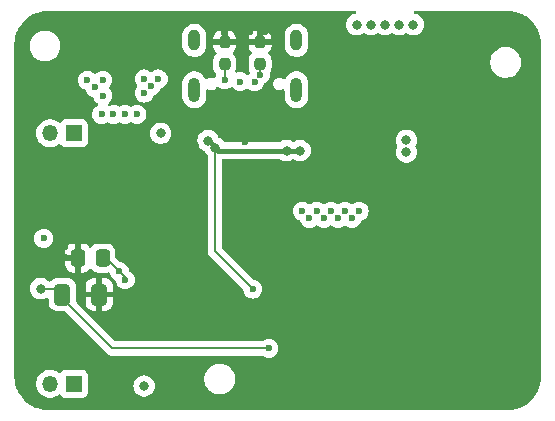
<source format=gbl>
%TF.GenerationSoftware,KiCad,Pcbnew,8.0.4*%
%TF.CreationDate,2024-10-06T13:03:41-05:00*%
%TF.ProjectId,BinauralMic,42696e61-7572-4616-9c4d-69632e6b6963,rev?*%
%TF.SameCoordinates,Original*%
%TF.FileFunction,Copper,L4,Bot*%
%TF.FilePolarity,Positive*%
%FSLAX46Y46*%
G04 Gerber Fmt 4.6, Leading zero omitted, Abs format (unit mm)*
G04 Created by KiCad (PCBNEW 8.0.4) date 2024-10-06 13:03:41*
%MOMM*%
%LPD*%
G01*
G04 APERTURE LIST*
G04 Aperture macros list*
%AMRoundRect*
0 Rectangle with rounded corners*
0 $1 Rounding radius*
0 $2 $3 $4 $5 $6 $7 $8 $9 X,Y pos of 4 corners*
0 Add a 4 corners polygon primitive as box body*
4,1,4,$2,$3,$4,$5,$6,$7,$8,$9,$2,$3,0*
0 Add four circle primitives for the rounded corners*
1,1,$1+$1,$2,$3*
1,1,$1+$1,$4,$5*
1,1,$1+$1,$6,$7*
1,1,$1+$1,$8,$9*
0 Add four rect primitives between the rounded corners*
20,1,$1+$1,$2,$3,$4,$5,0*
20,1,$1+$1,$4,$5,$6,$7,0*
20,1,$1+$1,$6,$7,$8,$9,0*
20,1,$1+$1,$8,$9,$2,$3,0*%
G04 Aperture macros list end*
%TA.AperFunction,ComponentPad*%
%ADD10R,1.350000X1.350000*%
%TD*%
%TA.AperFunction,ComponentPad*%
%ADD11O,1.350000X1.350000*%
%TD*%
%TA.AperFunction,ComponentPad*%
%ADD12O,1.000000X2.100000*%
%TD*%
%TA.AperFunction,ComponentPad*%
%ADD13O,1.000000X1.800000*%
%TD*%
%TA.AperFunction,SMDPad,CuDef*%
%ADD14RoundRect,0.237500X0.237500X-0.250000X0.237500X0.250000X-0.237500X0.250000X-0.237500X-0.250000X0*%
%TD*%
%TA.AperFunction,SMDPad,CuDef*%
%ADD15RoundRect,0.250000X0.412500X0.650000X-0.412500X0.650000X-0.412500X-0.650000X0.412500X-0.650000X0*%
%TD*%
%TA.AperFunction,SMDPad,CuDef*%
%ADD16RoundRect,0.250000X0.337500X0.475000X-0.337500X0.475000X-0.337500X-0.475000X0.337500X-0.475000X0*%
%TD*%
%TA.AperFunction,ViaPad*%
%ADD17C,0.600000*%
%TD*%
%TA.AperFunction,ViaPad*%
%ADD18C,0.800000*%
%TD*%
%TA.AperFunction,Conductor*%
%ADD19C,0.200000*%
%TD*%
%TA.AperFunction,Conductor*%
%ADD20C,0.400000*%
%TD*%
G04 APERTURE END LIST*
D10*
%TO.P,J4,1,Pin_1*%
%TO.N,/VRAW_{L}*%
X126037500Y-61600000D03*
D11*
%TO.P,J4,2,Pin_2*%
%TO.N,/VCOM*%
X124037499Y-61600000D03*
%TD*%
D10*
%TO.P,J3,1,Pin_1*%
%TO.N,/VRAW_{R}*%
X126037500Y-82800000D03*
D11*
%TO.P,J3,2,Pin_2*%
%TO.N,/VCOM*%
X124037499Y-82800000D03*
%TD*%
D12*
%TO.P,J2,S1,SHIELD*%
%TO.N,unconnected-(J2-SHIELD-PadS1)_1*%
X144885981Y-57914546D03*
D13*
%TO.N,unconnected-(J2-SHIELD-PadS1)_2*%
X144885981Y-53734546D03*
D12*
%TO.N,unconnected-(J2-SHIELD-PadS1)*%
X136245981Y-57914546D03*
D13*
%TO.N,unconnected-(J2-SHIELD-PadS1)_3*%
X136245981Y-53734546D03*
%TD*%
D14*
%TO.P,R2,1*%
%TO.N,/Connectors/CC1*%
X141815980Y-55722046D03*
%TO.P,R2,2*%
%TO.N,GND*%
X141815980Y-53897046D03*
%TD*%
%TO.P,R3,1*%
%TO.N,/Connectors/CC2*%
X138815982Y-55722046D03*
%TO.P,R3,2*%
%TO.N,GND*%
X138815982Y-53897046D03*
%TD*%
D15*
%TO.P,C12,1*%
%TO.N,GND*%
X128200000Y-75250000D03*
%TO.P,C12,2*%
%TO.N,/VCOM*%
X125075000Y-75250000D03*
%TD*%
D16*
%TO.P,C10,1*%
%TO.N,+3.3VA*%
X128475000Y-72162498D03*
%TO.P,C10,2*%
%TO.N,GND*%
X126400000Y-72162498D03*
%TD*%
D17*
%TO.N,GND*%
X143250000Y-54750000D03*
X140500000Y-54000000D03*
X141000000Y-53000000D03*
X137500000Y-54750000D03*
X143250000Y-53000000D03*
X142250000Y-53000000D03*
X140000000Y-53000000D03*
X138750000Y-53000000D03*
X137500000Y-53000000D03*
%TO.N,+3.3VA*%
X128500000Y-57100000D03*
X127200000Y-57100000D03*
X128500000Y-58400000D03*
X131400000Y-60000000D03*
X130400000Y-60000000D03*
X127800000Y-57700000D03*
X128400000Y-60000000D03*
X129900000Y-73300000D03*
X123500000Y-70500000D03*
X129400000Y-60000000D03*
X130400000Y-74000000D03*
%TO.N,GND*%
X161800000Y-59400000D03*
X154200000Y-71600000D03*
X149200000Y-64000000D03*
X139600000Y-78400000D03*
X124400000Y-58600000D03*
X149200000Y-82400000D03*
D18*
X145400000Y-61200000D03*
D17*
X161800000Y-62400000D03*
X151200000Y-81400000D03*
X158200000Y-54400000D03*
X137600000Y-78400000D03*
X160800000Y-62400000D03*
X133600000Y-72900000D03*
X152200000Y-81400000D03*
X150200000Y-81400000D03*
X150400000Y-64600000D03*
X124400000Y-59600000D03*
X151200000Y-82400000D03*
X141370013Y-72396168D03*
X160800000Y-60400000D03*
X164800000Y-63400000D03*
X125400000Y-57600000D03*
X157800000Y-53800000D03*
X158200000Y-51600000D03*
X126400000Y-59600000D03*
X162800000Y-63400000D03*
X123400000Y-57600000D03*
X157815981Y-60400000D03*
D18*
X136800000Y-63400000D03*
D17*
X122400000Y-59600000D03*
X154200000Y-80400000D03*
X148200000Y-82400000D03*
X122400000Y-57600000D03*
X150200000Y-80400000D03*
X157800000Y-53000000D03*
X163800000Y-59400000D03*
X124400000Y-57600000D03*
X147200000Y-81400000D03*
X136600000Y-78400000D03*
X134700000Y-71600000D03*
X152200000Y-82400000D03*
X155200000Y-81400000D03*
X160800000Y-59400000D03*
X157800000Y-62400000D03*
X138600000Y-78400000D03*
X146200000Y-81400000D03*
X162800000Y-58400000D03*
X164800000Y-60400000D03*
X127400000Y-59600000D03*
X155200000Y-80400000D03*
X133600000Y-71600000D03*
X132400000Y-59800000D03*
X159800000Y-63400000D03*
X135400000Y-59800000D03*
X134600000Y-83400000D03*
D18*
X145600000Y-60200000D03*
D17*
X121400000Y-58600000D03*
X162800000Y-61400000D03*
X125300000Y-71200000D03*
X148200000Y-80400000D03*
X150000000Y-63800000D03*
X157800000Y-52200000D03*
X157800000Y-61400000D03*
X121400000Y-56600000D03*
X135600000Y-83400000D03*
X153200000Y-81400000D03*
X159800000Y-58400000D03*
X134600000Y-82400000D03*
X162800000Y-62400000D03*
X150200000Y-82400000D03*
X164800000Y-59400000D03*
X155400000Y-69697045D03*
X146200000Y-82400000D03*
X121400000Y-59600000D03*
X154800000Y-71200000D03*
X135600000Y-78400000D03*
X148200000Y-81400000D03*
X160800000Y-58400000D03*
X126400000Y-58600000D03*
X123400000Y-59600000D03*
X161800000Y-60400000D03*
X160800000Y-61400000D03*
X125400000Y-56600000D03*
X151200000Y-64000000D03*
X133400000Y-59800000D03*
X147200000Y-80400000D03*
X149200000Y-81400000D03*
X134200000Y-72200000D03*
X153200000Y-82400000D03*
X134400000Y-59800000D03*
X164800000Y-62400000D03*
X125400000Y-58600000D03*
X125300000Y-72100000D03*
X163800000Y-58400000D03*
X161800000Y-61400000D03*
X135600000Y-82400000D03*
X121400000Y-57600000D03*
X122400000Y-58600000D03*
D18*
X136200000Y-62600000D03*
D17*
X123500000Y-79000000D03*
X122400000Y-56600000D03*
X164800000Y-61400000D03*
X151200000Y-80400000D03*
X164800000Y-58400000D03*
X135600000Y-81400000D03*
X152200000Y-80400000D03*
X134600000Y-84400000D03*
X155200000Y-82400000D03*
X135600000Y-84400000D03*
X161800000Y-63400000D03*
X123400000Y-58600000D03*
X158800000Y-63400000D03*
X163800000Y-60400000D03*
X146200000Y-80400000D03*
X154200000Y-81400000D03*
X125400000Y-59600000D03*
X134700000Y-72900000D03*
X160800000Y-63400000D03*
X162800000Y-59400000D03*
X140565981Y-62359545D03*
X147200000Y-82400000D03*
X154200000Y-82400000D03*
X149200000Y-80400000D03*
X163800000Y-61400000D03*
X163800000Y-62400000D03*
X162800000Y-60400000D03*
X159800000Y-59400000D03*
X161800000Y-58400000D03*
X163800000Y-63400000D03*
X153200000Y-80400000D03*
D18*
%TO.N,VCC*%
X153600000Y-52400000D03*
D17*
X132600000Y-57600000D03*
X133200000Y-57000000D03*
X150200000Y-68200000D03*
D18*
X151200000Y-52400000D03*
D17*
X145400000Y-68200000D03*
D18*
X150000000Y-52400000D03*
D17*
X132000000Y-58200000D03*
X149000000Y-68200000D03*
X147200000Y-68800000D03*
X146000000Y-68800000D03*
D18*
X152400000Y-52400000D03*
D17*
X148400000Y-68800000D03*
X147800000Y-68200000D03*
X132000000Y-57000000D03*
D18*
X154800000Y-52400000D03*
D17*
X146600000Y-68200000D03*
X149600000Y-68800000D03*
%TO.N,/VCOM*%
X142562500Y-79812500D03*
D18*
X123250000Y-74750000D03*
%TO.N,/VBUS*%
X144065981Y-63059545D03*
D17*
X141200000Y-74800000D03*
D18*
X145200000Y-63059546D03*
X137415982Y-62215982D03*
X138017025Y-62817025D03*
%TO.N,+5V*%
X154200000Y-63200000D03*
X132000000Y-83000000D03*
X154200000Y-62200000D03*
X133400000Y-61600000D03*
D17*
%TO.N,/D-*%
X140116128Y-57216128D03*
X141350000Y-57250000D03*
%TO.N,/Connectors/CC1*%
X141849757Y-56625303D03*
%TO.N,/Connectors/CC2*%
X138815982Y-57059547D03*
%TD*%
D19*
%TO.N,/Connectors/CC1*%
X141849757Y-56625303D02*
X141849757Y-55755821D01*
X141849757Y-55755821D02*
X141815981Y-55722045D01*
%TO.N,+3.3VA*%
X130400000Y-73800000D02*
X129900000Y-73300000D01*
X128762498Y-72162498D02*
X129900000Y-73300000D01*
X128475000Y-72162498D02*
X128762498Y-72162498D01*
X130400000Y-74000000D02*
X130400000Y-73800000D01*
%TO.N,/VCOM*%
X125075000Y-75575000D02*
X125075000Y-75250000D01*
X124575000Y-74750000D02*
X125075000Y-75250000D01*
X123250000Y-74750000D02*
X124575000Y-74750000D01*
X129312500Y-79812500D02*
X125075000Y-75575000D01*
X142562500Y-79812500D02*
X129312500Y-79812500D01*
%TO.N,/VBUS*%
X138000000Y-71600000D02*
X138000000Y-62834050D01*
D20*
X137472418Y-62215982D02*
X137415982Y-62215982D01*
X138017025Y-62817025D02*
X138259545Y-63059545D01*
X145199999Y-63059545D02*
X145200000Y-63059546D01*
X144065981Y-63059545D02*
X145199999Y-63059545D01*
D19*
X141200000Y-74800000D02*
X138000000Y-71600000D01*
X138000000Y-62834050D02*
X138017025Y-62817025D01*
D20*
X138017025Y-62760589D02*
X137472418Y-62215982D01*
X138017025Y-62817025D02*
X138017025Y-62760589D01*
X138259545Y-63059545D02*
X144065981Y-63059545D01*
D19*
%TO.N,/Connectors/CC2*%
X138815982Y-57059547D02*
X138815982Y-55722046D01*
%TD*%
%TA.AperFunction,Conductor*%
%TO.N,GND*%
G36*
X149919156Y-51279731D02*
G01*
X149964911Y-51332535D01*
X149974855Y-51401693D01*
X149945830Y-51465249D01*
X149887052Y-51503023D01*
X149877898Y-51505336D01*
X149720197Y-51538855D01*
X149720192Y-51538857D01*
X149547270Y-51615848D01*
X149547265Y-51615851D01*
X149394129Y-51727111D01*
X149267466Y-51867785D01*
X149172821Y-52031715D01*
X149172818Y-52031722D01*
X149155448Y-52085183D01*
X149114326Y-52211744D01*
X149094540Y-52400000D01*
X149114326Y-52588256D01*
X149114327Y-52588259D01*
X149172818Y-52768277D01*
X149172821Y-52768284D01*
X149267467Y-52932216D01*
X149366962Y-53042716D01*
X149394129Y-53072888D01*
X149547265Y-53184148D01*
X149547270Y-53184151D01*
X149720192Y-53261142D01*
X149720197Y-53261144D01*
X149905354Y-53300500D01*
X149905355Y-53300500D01*
X150094644Y-53300500D01*
X150094646Y-53300500D01*
X150279803Y-53261144D01*
X150452730Y-53184151D01*
X150527116Y-53130106D01*
X150592920Y-53106627D01*
X150660974Y-53122452D01*
X150672876Y-53130100D01*
X150747266Y-53184148D01*
X150747270Y-53184151D01*
X150920192Y-53261142D01*
X150920197Y-53261144D01*
X151105354Y-53300500D01*
X151105355Y-53300500D01*
X151294644Y-53300500D01*
X151294646Y-53300500D01*
X151479803Y-53261144D01*
X151652730Y-53184151D01*
X151727116Y-53130106D01*
X151792920Y-53106627D01*
X151860974Y-53122452D01*
X151872876Y-53130100D01*
X151947266Y-53184148D01*
X151947270Y-53184151D01*
X152120192Y-53261142D01*
X152120197Y-53261144D01*
X152305354Y-53300500D01*
X152305355Y-53300500D01*
X152494644Y-53300500D01*
X152494646Y-53300500D01*
X152679803Y-53261144D01*
X152852730Y-53184151D01*
X152927116Y-53130106D01*
X152992920Y-53106627D01*
X153060974Y-53122452D01*
X153072876Y-53130100D01*
X153147266Y-53184148D01*
X153147270Y-53184151D01*
X153320192Y-53261142D01*
X153320197Y-53261144D01*
X153505354Y-53300500D01*
X153505355Y-53300500D01*
X153694644Y-53300500D01*
X153694646Y-53300500D01*
X153879803Y-53261144D01*
X154052730Y-53184151D01*
X154127116Y-53130106D01*
X154192920Y-53106627D01*
X154260974Y-53122452D01*
X154272876Y-53130100D01*
X154347266Y-53184148D01*
X154347270Y-53184151D01*
X154520192Y-53261142D01*
X154520197Y-53261144D01*
X154705354Y-53300500D01*
X154705355Y-53300500D01*
X154894644Y-53300500D01*
X154894646Y-53300500D01*
X155079803Y-53261144D01*
X155252730Y-53184151D01*
X155405871Y-53072888D01*
X155532533Y-52932216D01*
X155627179Y-52768284D01*
X155685674Y-52588256D01*
X155705460Y-52400000D01*
X155685674Y-52211744D01*
X155627179Y-52031716D01*
X155532533Y-51867784D01*
X155405871Y-51727112D01*
X155405870Y-51727111D01*
X155252734Y-51615851D01*
X155252729Y-51615848D01*
X155079807Y-51538857D01*
X155079802Y-51538855D01*
X154922102Y-51505336D01*
X154860620Y-51472144D01*
X154826844Y-51410981D01*
X154831496Y-51341266D01*
X154873101Y-51285134D01*
X154938448Y-51260405D01*
X154947883Y-51260046D01*
X162776100Y-51260046D01*
X162812503Y-51260046D01*
X162819454Y-51260240D01*
X163122484Y-51277257D01*
X163136282Y-51278811D01*
X163432061Y-51329065D01*
X163445616Y-51332158D01*
X163733717Y-51415158D01*
X163733905Y-51415212D01*
X163747030Y-51419804D01*
X164024209Y-51534616D01*
X164036723Y-51540642D01*
X164270582Y-51669892D01*
X164299309Y-51685769D01*
X164311083Y-51693168D01*
X164555760Y-51866776D01*
X164566626Y-51875441D01*
X164723612Y-52015733D01*
X164790324Y-52075351D01*
X164800157Y-52085183D01*
X165000075Y-52308893D01*
X165008744Y-52319765D01*
X165099671Y-52447917D01*
X165182347Y-52564439D01*
X165189745Y-52576213D01*
X165334859Y-52838783D01*
X165340893Y-52851311D01*
X165455705Y-53128499D01*
X165460297Y-53141625D01*
X165543345Y-53429905D01*
X165546439Y-53443462D01*
X165596689Y-53739231D01*
X165598246Y-53753049D01*
X165615285Y-54056544D01*
X165615480Y-54063495D01*
X165615480Y-54113855D01*
X165615481Y-54113864D01*
X165615481Y-82206061D01*
X165615286Y-82213016D01*
X165598264Y-82516036D01*
X165596707Y-82529853D01*
X165546449Y-82825631D01*
X165543354Y-82839188D01*
X165460300Y-83127465D01*
X165455708Y-83140589D01*
X165340896Y-83417765D01*
X165334863Y-83430293D01*
X165189740Y-83692872D01*
X165182342Y-83704646D01*
X165008735Y-83949324D01*
X165000065Y-83960196D01*
X164800153Y-84183899D01*
X164790320Y-84193731D01*
X164566618Y-84393645D01*
X164555748Y-84402315D01*
X164311076Y-84575924D01*
X164299302Y-84583322D01*
X164036721Y-84728450D01*
X164024192Y-84734483D01*
X163747023Y-84849295D01*
X163733899Y-84853888D01*
X163445617Y-84936948D01*
X163432060Y-84940043D01*
X163136283Y-84990303D01*
X163122465Y-84991860D01*
X162820050Y-85008850D01*
X162813095Y-85009045D01*
X123819463Y-85009045D01*
X123812510Y-85008850D01*
X123509489Y-84991831D01*
X123495671Y-84990274D01*
X123233763Y-84945773D01*
X123199901Y-84940019D01*
X123186345Y-84936926D01*
X123049139Y-84897397D01*
X122898048Y-84853867D01*
X122884931Y-84849277D01*
X122607756Y-84734468D01*
X122595227Y-84728434D01*
X122332649Y-84583311D01*
X122320876Y-84575914D01*
X122179697Y-84475743D01*
X122076190Y-84402301D01*
X122065332Y-84393642D01*
X121914900Y-84259209D01*
X121841618Y-84193721D01*
X121831791Y-84183894D01*
X121631867Y-83960181D01*
X121623215Y-83949331D01*
X121449595Y-83704640D01*
X121442198Y-83692868D01*
X121428717Y-83668477D01*
X121297076Y-83430293D01*
X121291045Y-83417771D01*
X121211799Y-83226459D01*
X121176226Y-83140582D01*
X121171636Y-83127461D01*
X121088582Y-82839186D01*
X121085487Y-82825631D01*
X121081132Y-82799999D01*
X122856963Y-82799999D01*
X122856963Y-82800000D01*
X122877063Y-83016918D01*
X122877063Y-83016920D01*
X122877064Y-83016923D01*
X122925813Y-83188259D01*
X122936683Y-83226462D01*
X123019095Y-83391966D01*
X123033787Y-83421472D01*
X123165072Y-83595322D01*
X123326067Y-83742088D01*
X123326074Y-83742092D01*
X123326075Y-83742093D01*
X123511285Y-83856770D01*
X123511291Y-83856773D01*
X123522569Y-83861142D01*
X123714430Y-83935470D01*
X123928573Y-83975500D01*
X123928575Y-83975500D01*
X124146423Y-83975500D01*
X124146425Y-83975500D01*
X124360568Y-83935470D01*
X124563709Y-83856772D01*
X124748931Y-83742088D01*
X124759909Y-83732079D01*
X124822711Y-83701462D01*
X124892098Y-83709658D01*
X124942714Y-83749405D01*
X125004952Y-83832544D01*
X125004955Y-83832547D01*
X125120164Y-83918793D01*
X125120171Y-83918797D01*
X125255017Y-83969091D01*
X125255016Y-83969091D01*
X125261944Y-83969835D01*
X125314627Y-83975500D01*
X126760372Y-83975499D01*
X126819983Y-83969091D01*
X126954831Y-83918796D01*
X127070046Y-83832546D01*
X127156296Y-83717331D01*
X127206591Y-83582483D01*
X127213000Y-83522873D01*
X127213000Y-83000000D01*
X131094540Y-83000000D01*
X131114326Y-83188256D01*
X131114327Y-83188259D01*
X131172818Y-83368277D01*
X131172821Y-83368284D01*
X131267467Y-83532216D01*
X131346786Y-83620308D01*
X131394129Y-83672888D01*
X131547265Y-83784148D01*
X131547270Y-83784151D01*
X131720192Y-83861142D01*
X131720197Y-83861144D01*
X131905354Y-83900500D01*
X131905355Y-83900500D01*
X132094644Y-83900500D01*
X132094646Y-83900500D01*
X132279803Y-83861144D01*
X132452730Y-83784151D01*
X132605871Y-83672888D01*
X132732533Y-83532216D01*
X132827179Y-83368284D01*
X132885674Y-83188256D01*
X132905460Y-83000000D01*
X132885674Y-82811744D01*
X132827179Y-82631716D01*
X132732533Y-82467784D01*
X132605871Y-82327112D01*
X132605870Y-82327111D01*
X132565318Y-82297648D01*
X137099500Y-82297648D01*
X137099500Y-82502351D01*
X137131522Y-82704534D01*
X137194781Y-82899223D01*
X137254751Y-83016918D01*
X137266019Y-83039034D01*
X137287715Y-83081613D01*
X137408028Y-83247213D01*
X137552786Y-83391971D01*
X137707749Y-83504556D01*
X137718390Y-83512287D01*
X137834607Y-83571503D01*
X137900776Y-83605218D01*
X137900778Y-83605218D01*
X137900781Y-83605220D01*
X138005137Y-83639127D01*
X138095465Y-83668477D01*
X138196557Y-83684488D01*
X138297648Y-83700500D01*
X138297649Y-83700500D01*
X138502351Y-83700500D01*
X138502352Y-83700500D01*
X138704534Y-83668477D01*
X138899219Y-83605220D01*
X139081610Y-83512287D01*
X139202851Y-83424201D01*
X139247213Y-83391971D01*
X139247215Y-83391968D01*
X139247219Y-83391966D01*
X139391966Y-83247219D01*
X139391968Y-83247215D01*
X139391971Y-83247213D01*
X139444732Y-83174590D01*
X139512287Y-83081610D01*
X139605220Y-82899219D01*
X139668477Y-82704534D01*
X139700500Y-82502352D01*
X139700500Y-82297648D01*
X139686546Y-82209548D01*
X139668477Y-82095465D01*
X139605218Y-81900776D01*
X139571503Y-81834607D01*
X139512287Y-81718390D01*
X139504556Y-81707749D01*
X139391971Y-81552786D01*
X139247213Y-81408028D01*
X139081613Y-81287715D01*
X139081612Y-81287714D01*
X139081610Y-81287713D01*
X139024653Y-81258691D01*
X138899223Y-81194781D01*
X138704534Y-81131522D01*
X138529995Y-81103878D01*
X138502352Y-81099500D01*
X138297648Y-81099500D01*
X138273329Y-81103351D01*
X138095465Y-81131522D01*
X137900776Y-81194781D01*
X137718386Y-81287715D01*
X137552786Y-81408028D01*
X137408028Y-81552786D01*
X137287715Y-81718386D01*
X137194781Y-81900776D01*
X137131522Y-82095465D01*
X137099500Y-82297648D01*
X132565318Y-82297648D01*
X132452734Y-82215851D01*
X132452729Y-82215848D01*
X132279807Y-82138857D01*
X132279802Y-82138855D01*
X132134001Y-82107865D01*
X132094646Y-82099500D01*
X131905354Y-82099500D01*
X131872897Y-82106398D01*
X131720197Y-82138855D01*
X131720192Y-82138857D01*
X131547270Y-82215848D01*
X131547265Y-82215851D01*
X131394129Y-82327111D01*
X131267466Y-82467785D01*
X131172821Y-82631715D01*
X131172818Y-82631722D01*
X131118142Y-82799999D01*
X131114326Y-82811744D01*
X131094540Y-83000000D01*
X127213000Y-83000000D01*
X127212999Y-82077128D01*
X127206591Y-82017517D01*
X127201802Y-82004678D01*
X127156297Y-81882671D01*
X127156293Y-81882664D01*
X127070047Y-81767455D01*
X127070044Y-81767452D01*
X126954835Y-81681206D01*
X126954828Y-81681202D01*
X126819982Y-81630908D01*
X126819983Y-81630908D01*
X126760383Y-81624501D01*
X126760381Y-81624500D01*
X126760373Y-81624500D01*
X126760364Y-81624500D01*
X125314629Y-81624500D01*
X125314623Y-81624501D01*
X125255016Y-81630908D01*
X125120171Y-81681202D01*
X125120164Y-81681206D01*
X125004955Y-81767452D01*
X124942714Y-81850595D01*
X124886780Y-81892465D01*
X124817088Y-81897449D01*
X124759910Y-81867921D01*
X124748931Y-81857912D01*
X124748928Y-81857910D01*
X124748927Y-81857909D01*
X124563712Y-81743229D01*
X124563706Y-81743226D01*
X124478612Y-81710260D01*
X124360568Y-81664530D01*
X124146425Y-81624500D01*
X123928573Y-81624500D01*
X123714430Y-81664530D01*
X123671395Y-81681202D01*
X123511291Y-81743226D01*
X123511285Y-81743229D01*
X123326075Y-81857906D01*
X123326065Y-81857913D01*
X123165073Y-82004676D01*
X123033787Y-82178527D01*
X122936683Y-82373537D01*
X122936682Y-82373541D01*
X122894161Y-82522989D01*
X122877063Y-82583081D01*
X122856963Y-82799999D01*
X121081132Y-82799999D01*
X121035227Y-82529845D01*
X121033671Y-82516041D01*
X121016675Y-82213475D01*
X121016480Y-82206520D01*
X121016480Y-74750000D01*
X122344540Y-74750000D01*
X122364326Y-74938256D01*
X122364327Y-74938259D01*
X122422818Y-75118277D01*
X122422821Y-75118284D01*
X122517467Y-75282216D01*
X122535517Y-75302262D01*
X122644129Y-75422888D01*
X122797265Y-75534148D01*
X122797270Y-75534151D01*
X122970192Y-75611142D01*
X122970197Y-75611144D01*
X123155354Y-75650500D01*
X123155355Y-75650500D01*
X123344644Y-75650500D01*
X123344646Y-75650500D01*
X123529803Y-75611144D01*
X123702730Y-75534151D01*
X123715113Y-75525153D01*
X123780919Y-75501673D01*
X123848974Y-75517498D01*
X123897669Y-75567603D01*
X123912000Y-75625471D01*
X123912000Y-75950000D01*
X123912001Y-75950019D01*
X123922500Y-76052796D01*
X123922501Y-76052799D01*
X123977615Y-76219119D01*
X123977686Y-76219334D01*
X124069788Y-76368656D01*
X124193844Y-76492712D01*
X124343166Y-76584814D01*
X124509703Y-76639999D01*
X124612491Y-76650500D01*
X125249902Y-76650499D01*
X125316941Y-76670183D01*
X125337583Y-76686818D01*
X128827639Y-80176874D01*
X128827649Y-80176885D01*
X128831979Y-80181215D01*
X128831980Y-80181216D01*
X128943784Y-80293020D01*
X129030595Y-80343139D01*
X129030597Y-80343141D01*
X129068651Y-80365111D01*
X129080715Y-80372077D01*
X129233443Y-80413001D01*
X129233446Y-80413001D01*
X129399153Y-80413001D01*
X129399169Y-80413000D01*
X141980088Y-80413000D01*
X142047127Y-80432685D01*
X142057403Y-80440055D01*
X142060236Y-80442314D01*
X142060238Y-80442316D01*
X142212978Y-80538289D01*
X142383245Y-80597868D01*
X142383250Y-80597869D01*
X142562496Y-80618065D01*
X142562500Y-80618065D01*
X142562504Y-80618065D01*
X142741749Y-80597869D01*
X142741752Y-80597868D01*
X142741755Y-80597868D01*
X142912022Y-80538289D01*
X143064762Y-80442316D01*
X143192316Y-80314762D01*
X143288289Y-80162022D01*
X143347868Y-79991755D01*
X143368065Y-79812500D01*
X143347868Y-79633245D01*
X143288289Y-79462978D01*
X143192316Y-79310238D01*
X143064762Y-79182684D01*
X143053617Y-79175681D01*
X142912023Y-79086711D01*
X142741754Y-79027131D01*
X142741749Y-79027130D01*
X142562504Y-79006935D01*
X142562496Y-79006935D01*
X142383250Y-79027130D01*
X142383245Y-79027131D01*
X142212976Y-79086711D01*
X142060236Y-79182685D01*
X142057403Y-79184945D01*
X142055224Y-79185834D01*
X142054342Y-79186389D01*
X142054244Y-79186234D01*
X141992717Y-79211355D01*
X141980088Y-79212000D01*
X129612597Y-79212000D01*
X129545558Y-79192315D01*
X129524916Y-79175681D01*
X126299221Y-75949986D01*
X127037501Y-75949986D01*
X127047994Y-76052697D01*
X127103141Y-76219119D01*
X127103143Y-76219124D01*
X127195184Y-76368345D01*
X127319154Y-76492315D01*
X127468375Y-76584356D01*
X127468380Y-76584358D01*
X127634802Y-76639505D01*
X127634809Y-76639506D01*
X127737519Y-76649999D01*
X127949999Y-76649999D01*
X128450000Y-76649999D01*
X128662472Y-76649999D01*
X128662486Y-76649998D01*
X128765197Y-76639505D01*
X128931619Y-76584358D01*
X128931624Y-76584356D01*
X129080845Y-76492315D01*
X129204815Y-76368345D01*
X129296856Y-76219124D01*
X129296858Y-76219119D01*
X129352005Y-76052697D01*
X129352006Y-76052690D01*
X129362499Y-75949986D01*
X129362500Y-75949973D01*
X129362500Y-75500000D01*
X128450000Y-75500000D01*
X128450000Y-76649999D01*
X127949999Y-76649999D01*
X127950000Y-76649998D01*
X127950000Y-75500000D01*
X127037501Y-75500000D01*
X127037501Y-75949986D01*
X126299221Y-75949986D01*
X126274318Y-75925083D01*
X126240833Y-75863760D01*
X126237999Y-75837402D01*
X126237999Y-74550013D01*
X127037500Y-74550013D01*
X127037500Y-75000000D01*
X127950000Y-75000000D01*
X128450000Y-75000000D01*
X129362499Y-75000000D01*
X129362499Y-74550028D01*
X129362498Y-74550013D01*
X129352005Y-74447302D01*
X129296858Y-74280880D01*
X129296856Y-74280875D01*
X129204815Y-74131654D01*
X129080845Y-74007684D01*
X128931624Y-73915643D01*
X128931619Y-73915641D01*
X128765197Y-73860494D01*
X128765190Y-73860493D01*
X128662486Y-73850000D01*
X128450000Y-73850000D01*
X128450000Y-75000000D01*
X127950000Y-75000000D01*
X127950000Y-73850000D01*
X127737529Y-73850000D01*
X127737512Y-73850001D01*
X127634802Y-73860494D01*
X127468380Y-73915641D01*
X127468375Y-73915643D01*
X127319154Y-74007684D01*
X127195184Y-74131654D01*
X127103143Y-74280875D01*
X127103141Y-74280880D01*
X127047994Y-74447302D01*
X127047993Y-74447309D01*
X127037500Y-74550013D01*
X126237999Y-74550013D01*
X126237999Y-74549998D01*
X126237998Y-74549981D01*
X126227499Y-74447203D01*
X126227498Y-74447200D01*
X126172314Y-74280666D01*
X126080212Y-74131344D01*
X125956156Y-74007288D01*
X125806834Y-73915186D01*
X125640297Y-73860001D01*
X125640295Y-73860000D01*
X125537510Y-73849500D01*
X124612498Y-73849500D01*
X124612480Y-73849501D01*
X124509703Y-73860000D01*
X124509700Y-73860001D01*
X124343168Y-73915185D01*
X124343163Y-73915187D01*
X124193845Y-74007287D01*
X124087950Y-74113182D01*
X124026627Y-74146666D01*
X124000269Y-74149500D01*
X123976258Y-74149500D01*
X123909219Y-74129815D01*
X123884109Y-74108473D01*
X123855871Y-74077112D01*
X123855864Y-74077106D01*
X123702734Y-73965851D01*
X123702729Y-73965848D01*
X123529807Y-73888857D01*
X123529802Y-73888855D01*
X123384001Y-73857865D01*
X123344646Y-73849500D01*
X123155354Y-73849500D01*
X123122897Y-73856398D01*
X122970197Y-73888855D01*
X122970192Y-73888857D01*
X122797270Y-73965848D01*
X122797265Y-73965851D01*
X122644129Y-74077111D01*
X122517466Y-74217785D01*
X122422821Y-74381715D01*
X122422818Y-74381722D01*
X122364327Y-74561740D01*
X122364326Y-74561744D01*
X122344540Y-74750000D01*
X121016480Y-74750000D01*
X121016480Y-72687484D01*
X125312501Y-72687484D01*
X125322994Y-72790195D01*
X125378141Y-72956617D01*
X125378143Y-72956622D01*
X125470184Y-73105843D01*
X125594154Y-73229813D01*
X125743375Y-73321854D01*
X125743380Y-73321856D01*
X125909802Y-73377003D01*
X125909809Y-73377004D01*
X126012519Y-73387497D01*
X126149999Y-73387497D01*
X126150000Y-73387496D01*
X126150000Y-72412498D01*
X125312501Y-72412498D01*
X125312501Y-72687484D01*
X121016480Y-72687484D01*
X121016480Y-71637511D01*
X125312500Y-71637511D01*
X125312500Y-71912498D01*
X126150000Y-71912498D01*
X126150000Y-70937498D01*
X126650000Y-70937498D01*
X126650000Y-73387497D01*
X126787472Y-73387497D01*
X126787486Y-73387496D01*
X126890197Y-73377003D01*
X127056619Y-73321856D01*
X127056624Y-73321854D01*
X127205845Y-73229813D01*
X127329818Y-73105840D01*
X127331665Y-73102846D01*
X127333469Y-73101222D01*
X127334298Y-73100175D01*
X127334476Y-73100316D01*
X127383610Y-73056119D01*
X127452573Y-73044894D01*
X127516656Y-73072734D01*
X127542743Y-73102839D01*
X127544788Y-73106154D01*
X127668844Y-73230210D01*
X127818166Y-73322312D01*
X127984703Y-73377497D01*
X128087491Y-73387998D01*
X128862508Y-73387997D01*
X128862516Y-73387996D01*
X128862519Y-73387996D01*
X128879773Y-73386233D01*
X128965297Y-73377497D01*
X128965307Y-73377493D01*
X128966051Y-73377335D01*
X128966532Y-73377370D01*
X128972033Y-73376809D01*
X128972133Y-73377789D01*
X129035727Y-73382541D01*
X129091527Y-73424590D01*
X129110648Y-73473014D01*
X129113080Y-73472459D01*
X129114629Y-73479246D01*
X129114631Y-73479254D01*
X129114632Y-73479255D01*
X129125752Y-73511036D01*
X129174210Y-73649521D01*
X129270184Y-73802262D01*
X129397737Y-73929815D01*
X129397743Y-73929820D01*
X129550348Y-74025709D01*
X129596639Y-74078043D01*
X129607596Y-74116818D01*
X129614630Y-74179247D01*
X129614631Y-74179252D01*
X129674210Y-74349521D01*
X129735586Y-74447200D01*
X129770184Y-74502262D01*
X129897738Y-74629816D01*
X130050478Y-74725789D01*
X130220745Y-74785368D01*
X130220750Y-74785369D01*
X130399996Y-74805565D01*
X130400000Y-74805565D01*
X130400004Y-74805565D01*
X130579249Y-74785369D01*
X130579252Y-74785368D01*
X130579255Y-74785368D01*
X130749522Y-74725789D01*
X130902262Y-74629816D01*
X131029816Y-74502262D01*
X131125789Y-74349522D01*
X131185368Y-74179255D01*
X131189040Y-74146666D01*
X131205565Y-74000003D01*
X131205565Y-73999996D01*
X131185369Y-73820750D01*
X131185368Y-73820745D01*
X131125789Y-73650478D01*
X131125188Y-73649522D01*
X131029815Y-73497737D01*
X130902262Y-73370184D01*
X130826071Y-73322310D01*
X130749648Y-73274290D01*
X130703359Y-73221957D01*
X130692402Y-73183186D01*
X130685368Y-73120745D01*
X130625789Y-72950478D01*
X130529816Y-72797738D01*
X130402262Y-72670184D01*
X130249521Y-72574210D01*
X130079249Y-72514630D01*
X129992330Y-72504837D01*
X129927916Y-72477770D01*
X129918533Y-72469298D01*
X129599318Y-72150083D01*
X129565833Y-72088760D01*
X129562999Y-72062402D01*
X129562999Y-71637496D01*
X129562998Y-71637479D01*
X129552499Y-71534701D01*
X129552498Y-71534698D01*
X129503749Y-71387584D01*
X129497314Y-71368164D01*
X129405212Y-71218842D01*
X129281156Y-71094786D01*
X129131834Y-71002684D01*
X128965297Y-70947499D01*
X128965295Y-70947498D01*
X128862510Y-70936998D01*
X128087498Y-70936998D01*
X128087480Y-70936999D01*
X127984703Y-70947498D01*
X127984700Y-70947499D01*
X127818168Y-71002683D01*
X127818163Y-71002685D01*
X127668842Y-71094787D01*
X127544788Y-71218841D01*
X127544783Y-71218847D01*
X127542741Y-71222159D01*
X127540747Y-71223951D01*
X127540307Y-71224509D01*
X127540211Y-71224433D01*
X127490791Y-71268881D01*
X127421828Y-71280100D01*
X127357747Y-71252253D01*
X127331668Y-71222154D01*
X127329819Y-71219157D01*
X127329816Y-71219153D01*
X127205845Y-71095182D01*
X127056624Y-71003141D01*
X127056619Y-71003139D01*
X126890197Y-70947992D01*
X126890190Y-70947991D01*
X126787486Y-70937498D01*
X126650000Y-70937498D01*
X126150000Y-70937498D01*
X126012527Y-70937498D01*
X126012512Y-70937499D01*
X125909802Y-70947992D01*
X125743380Y-71003139D01*
X125743375Y-71003141D01*
X125594154Y-71095182D01*
X125470184Y-71219152D01*
X125378143Y-71368373D01*
X125378141Y-71368378D01*
X125322994Y-71534800D01*
X125322993Y-71534807D01*
X125312500Y-71637511D01*
X121016480Y-71637511D01*
X121016480Y-70499996D01*
X122694435Y-70499996D01*
X122694435Y-70500003D01*
X122714630Y-70679249D01*
X122714631Y-70679254D01*
X122774211Y-70849523D01*
X122835773Y-70947498D01*
X122870184Y-71002262D01*
X122997738Y-71129816D01*
X123088080Y-71186582D01*
X123148440Y-71224509D01*
X123150478Y-71225789D01*
X123226108Y-71252253D01*
X123320745Y-71285368D01*
X123320750Y-71285369D01*
X123499996Y-71305565D01*
X123500000Y-71305565D01*
X123500004Y-71305565D01*
X123679249Y-71285369D01*
X123679252Y-71285368D01*
X123679255Y-71285368D01*
X123849522Y-71225789D01*
X124002262Y-71129816D01*
X124129816Y-71002262D01*
X124225789Y-70849522D01*
X124285368Y-70679255D01*
X124305565Y-70500000D01*
X124285368Y-70320745D01*
X124225789Y-70150478D01*
X124129816Y-69997738D01*
X124002262Y-69870184D01*
X123849523Y-69774211D01*
X123679254Y-69714631D01*
X123679249Y-69714630D01*
X123500004Y-69694435D01*
X123499996Y-69694435D01*
X123320750Y-69714630D01*
X123320745Y-69714631D01*
X123150476Y-69774211D01*
X122997737Y-69870184D01*
X122870184Y-69997737D01*
X122774211Y-70150476D01*
X122714631Y-70320745D01*
X122714630Y-70320750D01*
X122694435Y-70499996D01*
X121016480Y-70499996D01*
X121016480Y-61599999D01*
X122856963Y-61599999D01*
X122856963Y-61600000D01*
X122877063Y-61816918D01*
X122877063Y-61816920D01*
X122877064Y-61816923D01*
X122932494Y-62011740D01*
X122936683Y-62026462D01*
X123022299Y-62198401D01*
X123033787Y-62221472D01*
X123165072Y-62395322D01*
X123326067Y-62542088D01*
X123326074Y-62542092D01*
X123326075Y-62542093D01*
X123511285Y-62656770D01*
X123511291Y-62656773D01*
X123534163Y-62665633D01*
X123714430Y-62735470D01*
X123928573Y-62775500D01*
X123928575Y-62775500D01*
X124146423Y-62775500D01*
X124146425Y-62775500D01*
X124360568Y-62735470D01*
X124563709Y-62656772D01*
X124748931Y-62542088D01*
X124759909Y-62532079D01*
X124822711Y-62501462D01*
X124892098Y-62509658D01*
X124942714Y-62549405D01*
X125004952Y-62632544D01*
X125004955Y-62632547D01*
X125120164Y-62718793D01*
X125120171Y-62718797D01*
X125255017Y-62769091D01*
X125255016Y-62769091D01*
X125261944Y-62769835D01*
X125314627Y-62775500D01*
X126760372Y-62775499D01*
X126819983Y-62769091D01*
X126954831Y-62718796D01*
X127070046Y-62632546D01*
X127156296Y-62517331D01*
X127206591Y-62382483D01*
X127213000Y-62322873D01*
X127212999Y-61600000D01*
X132494540Y-61600000D01*
X132514326Y-61788256D01*
X132514327Y-61788259D01*
X132572818Y-61968277D01*
X132572821Y-61968284D01*
X132667467Y-62132216D01*
X132747834Y-62221472D01*
X132794129Y-62272888D01*
X132947265Y-62384148D01*
X132947270Y-62384151D01*
X133120192Y-62461142D01*
X133120197Y-62461144D01*
X133305354Y-62500500D01*
X133305355Y-62500500D01*
X133494644Y-62500500D01*
X133494646Y-62500500D01*
X133679803Y-62461144D01*
X133852730Y-62384151D01*
X134005871Y-62272888D01*
X134057110Y-62215982D01*
X136510522Y-62215982D01*
X136530308Y-62404238D01*
X136530309Y-62404241D01*
X136588800Y-62584259D01*
X136588803Y-62584266D01*
X136683449Y-62748198D01*
X136810111Y-62888870D01*
X136963252Y-63000133D01*
X137107394Y-63064310D01*
X137160628Y-63109558D01*
X137174886Y-63139268D01*
X137189844Y-63185305D01*
X137189846Y-63185309D01*
X137284492Y-63349241D01*
X137332790Y-63402881D01*
X137367650Y-63441597D01*
X137397880Y-63504588D01*
X137399500Y-63524569D01*
X137399500Y-71513330D01*
X137399499Y-71513348D01*
X137399499Y-71679054D01*
X137399498Y-71679054D01*
X137440423Y-71831785D01*
X137469358Y-71881900D01*
X137469359Y-71881904D01*
X137469360Y-71881904D01*
X137519479Y-71968714D01*
X137519481Y-71968717D01*
X137638349Y-72087585D01*
X137638355Y-72087590D01*
X140369298Y-74818533D01*
X140402783Y-74879856D01*
X140404837Y-74892330D01*
X140414630Y-74979249D01*
X140474210Y-75149521D01*
X140557587Y-75282214D01*
X140570184Y-75302262D01*
X140697738Y-75429816D01*
X140788080Y-75486582D01*
X140812097Y-75501673D01*
X140850478Y-75525789D01*
X140969976Y-75567603D01*
X141020745Y-75585368D01*
X141020750Y-75585369D01*
X141199996Y-75605565D01*
X141200000Y-75605565D01*
X141200004Y-75605565D01*
X141379249Y-75585369D01*
X141379252Y-75585368D01*
X141379255Y-75585368D01*
X141549522Y-75525789D01*
X141702262Y-75429816D01*
X141829816Y-75302262D01*
X141925789Y-75149522D01*
X141985368Y-74979255D01*
X141989987Y-74938259D01*
X142005565Y-74800003D01*
X142005565Y-74799996D01*
X141985369Y-74620750D01*
X141985368Y-74620745D01*
X141960618Y-74550013D01*
X141925789Y-74450478D01*
X141923793Y-74447302D01*
X141829815Y-74297737D01*
X141702262Y-74170184D01*
X141549521Y-74074210D01*
X141379249Y-74014630D01*
X141292330Y-74004837D01*
X141227916Y-73977770D01*
X141218533Y-73969298D01*
X138636819Y-71387584D01*
X138603334Y-71326261D01*
X138600500Y-71299903D01*
X138600500Y-68199996D01*
X144594435Y-68199996D01*
X144594435Y-68200003D01*
X144614630Y-68379249D01*
X144614631Y-68379254D01*
X144674211Y-68549523D01*
X144770184Y-68702262D01*
X144897738Y-68829816D01*
X145050478Y-68925789D01*
X145159851Y-68964060D01*
X145216627Y-69004782D01*
X145235938Y-69040146D01*
X145274211Y-69149523D01*
X145274212Y-69149524D01*
X145370184Y-69302262D01*
X145497738Y-69429816D01*
X145650478Y-69525789D01*
X145820745Y-69585368D01*
X145820750Y-69585369D01*
X145999996Y-69605565D01*
X146000000Y-69605565D01*
X146000004Y-69605565D01*
X146179249Y-69585369D01*
X146179252Y-69585368D01*
X146179255Y-69585368D01*
X146349522Y-69525789D01*
X146502262Y-69429816D01*
X146512319Y-69419759D01*
X146573642Y-69386274D01*
X146643334Y-69391258D01*
X146687681Y-69419759D01*
X146697738Y-69429816D01*
X146850478Y-69525789D01*
X147020745Y-69585368D01*
X147020750Y-69585369D01*
X147199996Y-69605565D01*
X147200000Y-69605565D01*
X147200004Y-69605565D01*
X147379249Y-69585369D01*
X147379252Y-69585368D01*
X147379255Y-69585368D01*
X147549522Y-69525789D01*
X147702262Y-69429816D01*
X147712319Y-69419759D01*
X147773642Y-69386274D01*
X147843334Y-69391258D01*
X147887681Y-69419759D01*
X147897738Y-69429816D01*
X148050478Y-69525789D01*
X148220745Y-69585368D01*
X148220750Y-69585369D01*
X148399996Y-69605565D01*
X148400000Y-69605565D01*
X148400004Y-69605565D01*
X148579249Y-69585369D01*
X148579252Y-69585368D01*
X148579255Y-69585368D01*
X148749522Y-69525789D01*
X148902262Y-69429816D01*
X148912319Y-69419759D01*
X148973642Y-69386274D01*
X149043334Y-69391258D01*
X149087681Y-69419759D01*
X149097738Y-69429816D01*
X149250478Y-69525789D01*
X149420745Y-69585368D01*
X149420750Y-69585369D01*
X149599996Y-69605565D01*
X149600000Y-69605565D01*
X149600004Y-69605565D01*
X149779249Y-69585369D01*
X149779252Y-69585368D01*
X149779255Y-69585368D01*
X149949522Y-69525789D01*
X150102262Y-69429816D01*
X150229816Y-69302262D01*
X150325789Y-69149522D01*
X150364061Y-69040146D01*
X150404782Y-68983372D01*
X150440146Y-68964060D01*
X150549522Y-68925789D01*
X150702262Y-68829816D01*
X150829816Y-68702262D01*
X150925789Y-68549522D01*
X150985368Y-68379255D01*
X151005565Y-68200000D01*
X150985368Y-68020745D01*
X150925789Y-67850478D01*
X150829816Y-67697738D01*
X150702262Y-67570184D01*
X150549523Y-67474211D01*
X150379254Y-67414631D01*
X150379249Y-67414630D01*
X150200004Y-67394435D01*
X150199996Y-67394435D01*
X150020750Y-67414630D01*
X150020745Y-67414631D01*
X149850476Y-67474211D01*
X149697737Y-67570184D01*
X149687681Y-67580241D01*
X149626358Y-67613726D01*
X149556666Y-67608742D01*
X149512319Y-67580241D01*
X149502262Y-67570184D01*
X149349523Y-67474211D01*
X149179254Y-67414631D01*
X149179249Y-67414630D01*
X149000004Y-67394435D01*
X148999996Y-67394435D01*
X148820750Y-67414630D01*
X148820745Y-67414631D01*
X148650476Y-67474211D01*
X148497737Y-67570184D01*
X148487681Y-67580241D01*
X148426358Y-67613726D01*
X148356666Y-67608742D01*
X148312319Y-67580241D01*
X148302262Y-67570184D01*
X148149523Y-67474211D01*
X147979254Y-67414631D01*
X147979249Y-67414630D01*
X147800004Y-67394435D01*
X147799996Y-67394435D01*
X147620750Y-67414630D01*
X147620745Y-67414631D01*
X147450476Y-67474211D01*
X147297737Y-67570184D01*
X147287681Y-67580241D01*
X147226358Y-67613726D01*
X147156666Y-67608742D01*
X147112319Y-67580241D01*
X147102262Y-67570184D01*
X146949523Y-67474211D01*
X146779254Y-67414631D01*
X146779249Y-67414630D01*
X146600004Y-67394435D01*
X146599996Y-67394435D01*
X146420750Y-67414630D01*
X146420745Y-67414631D01*
X146250476Y-67474211D01*
X146097737Y-67570184D01*
X146087681Y-67580241D01*
X146026358Y-67613726D01*
X145956666Y-67608742D01*
X145912319Y-67580241D01*
X145902262Y-67570184D01*
X145749523Y-67474211D01*
X145579254Y-67414631D01*
X145579249Y-67414630D01*
X145400004Y-67394435D01*
X145399996Y-67394435D01*
X145220750Y-67414630D01*
X145220745Y-67414631D01*
X145050476Y-67474211D01*
X144897737Y-67570184D01*
X144770184Y-67697737D01*
X144674211Y-67850476D01*
X144614631Y-68020745D01*
X144614630Y-68020750D01*
X144594435Y-68199996D01*
X138600500Y-68199996D01*
X138600500Y-63884045D01*
X138620185Y-63817006D01*
X138672989Y-63771251D01*
X138724500Y-63760045D01*
X143457825Y-63760045D01*
X143524864Y-63779730D01*
X143530710Y-63783727D01*
X143613246Y-63843693D01*
X143613251Y-63843696D01*
X143786173Y-63920687D01*
X143786176Y-63920688D01*
X143786178Y-63920689D01*
X143971335Y-63960045D01*
X143971336Y-63960045D01*
X144160625Y-63960045D01*
X144160627Y-63960045D01*
X144345784Y-63920689D01*
X144518711Y-63843696D01*
X144560106Y-63813620D01*
X144625907Y-63790141D01*
X144693962Y-63805965D01*
X144705875Y-63813622D01*
X144747264Y-63843693D01*
X144747270Y-63843697D01*
X144920192Y-63920688D01*
X144920195Y-63920689D01*
X144920197Y-63920690D01*
X145105354Y-63960046D01*
X145105355Y-63960046D01*
X145294644Y-63960046D01*
X145294646Y-63960046D01*
X145479803Y-63920690D01*
X145652730Y-63843697D01*
X145805871Y-63732434D01*
X145932533Y-63591762D01*
X146027179Y-63427830D01*
X146085674Y-63247802D01*
X146105460Y-63059546D01*
X146085674Y-62871290D01*
X146027179Y-62691262D01*
X145932533Y-62527330D01*
X145805871Y-62386658D01*
X145805870Y-62386657D01*
X145652734Y-62275397D01*
X145652729Y-62275394D01*
X145483394Y-62200000D01*
X153294540Y-62200000D01*
X153314326Y-62388256D01*
X153314327Y-62388259D01*
X153372818Y-62568277D01*
X153372820Y-62568281D01*
X153372821Y-62568284D01*
X153409921Y-62632544D01*
X153413072Y-62638001D01*
X153429543Y-62705901D01*
X153413072Y-62761999D01*
X153372820Y-62831718D01*
X153372818Y-62831722D01*
X153314327Y-63011740D01*
X153314326Y-63011744D01*
X153294540Y-63200000D01*
X153314326Y-63388256D01*
X153314327Y-63388259D01*
X153372818Y-63568277D01*
X153372821Y-63568284D01*
X153467467Y-63732216D01*
X153567842Y-63843693D01*
X153594129Y-63872888D01*
X153747265Y-63984148D01*
X153747270Y-63984151D01*
X153920192Y-64061142D01*
X153920197Y-64061144D01*
X154105354Y-64100500D01*
X154105355Y-64100500D01*
X154294644Y-64100500D01*
X154294646Y-64100500D01*
X154479803Y-64061144D01*
X154652730Y-63984151D01*
X154805871Y-63872888D01*
X154932533Y-63732216D01*
X155027179Y-63568284D01*
X155085674Y-63388256D01*
X155105460Y-63200000D01*
X155085674Y-63011744D01*
X155027179Y-62831716D01*
X154986927Y-62761999D01*
X154970454Y-62694101D01*
X154986927Y-62638001D01*
X155027179Y-62568284D01*
X155085674Y-62388256D01*
X155105460Y-62200000D01*
X155085674Y-62011744D01*
X155027179Y-61831716D01*
X154932533Y-61667784D01*
X154805871Y-61527112D01*
X154805870Y-61527111D01*
X154652734Y-61415851D01*
X154652729Y-61415848D01*
X154479807Y-61338857D01*
X154479802Y-61338855D01*
X154334001Y-61307865D01*
X154294646Y-61299500D01*
X154105354Y-61299500D01*
X154072897Y-61306398D01*
X153920197Y-61338855D01*
X153920192Y-61338857D01*
X153747270Y-61415848D01*
X153747265Y-61415851D01*
X153594129Y-61527111D01*
X153467466Y-61667785D01*
X153372821Y-61831715D01*
X153372818Y-61831722D01*
X153314327Y-62011740D01*
X153314326Y-62011744D01*
X153294540Y-62200000D01*
X145483394Y-62200000D01*
X145479807Y-62198403D01*
X145479802Y-62198401D01*
X145334001Y-62167411D01*
X145294646Y-62159046D01*
X145105354Y-62159046D01*
X145072897Y-62165944D01*
X144920197Y-62198401D01*
X144920192Y-62198403D01*
X144747270Y-62275394D01*
X144747266Y-62275397D01*
X144705875Y-62305469D01*
X144640068Y-62328948D01*
X144572015Y-62313122D01*
X144560107Y-62305469D01*
X144518714Y-62275395D01*
X144518710Y-62275393D01*
X144345788Y-62198402D01*
X144345783Y-62198400D01*
X144199982Y-62167410D01*
X144160627Y-62159045D01*
X143971335Y-62159045D01*
X143938878Y-62165943D01*
X143786178Y-62198400D01*
X143786173Y-62198402D01*
X143613251Y-62275393D01*
X143613246Y-62275396D01*
X143530710Y-62335363D01*
X143464904Y-62358843D01*
X143457825Y-62359045D01*
X138864010Y-62359045D01*
X138796971Y-62339360D01*
X138756623Y-62297046D01*
X138749557Y-62284808D01*
X138741082Y-62275395D01*
X138622896Y-62144137D01*
X138622895Y-62144136D01*
X138469759Y-62032876D01*
X138469754Y-62032873D01*
X138325614Y-61968697D01*
X138272377Y-61923447D01*
X138258121Y-61893740D01*
X138243161Y-61847698D01*
X138148515Y-61683766D01*
X138021853Y-61543094D01*
X137999856Y-61527112D01*
X137868716Y-61431833D01*
X137868711Y-61431830D01*
X137695789Y-61354839D01*
X137695784Y-61354837D01*
X137549983Y-61323847D01*
X137510628Y-61315482D01*
X137321336Y-61315482D01*
X137288879Y-61322380D01*
X137136179Y-61354837D01*
X137136174Y-61354839D01*
X136963252Y-61431830D01*
X136963247Y-61431833D01*
X136810111Y-61543093D01*
X136683448Y-61683767D01*
X136588803Y-61847697D01*
X136588800Y-61847704D01*
X136530309Y-62027722D01*
X136530308Y-62027726D01*
X136510522Y-62215982D01*
X134057110Y-62215982D01*
X134132533Y-62132216D01*
X134227179Y-61968284D01*
X134285674Y-61788256D01*
X134305460Y-61600000D01*
X134285674Y-61411744D01*
X134227179Y-61231716D01*
X134132533Y-61067784D01*
X134005871Y-60927112D01*
X134005870Y-60927111D01*
X133852734Y-60815851D01*
X133852729Y-60815848D01*
X133679807Y-60738857D01*
X133679802Y-60738855D01*
X133534001Y-60707865D01*
X133494646Y-60699500D01*
X133305354Y-60699500D01*
X133272897Y-60706398D01*
X133120197Y-60738855D01*
X133120192Y-60738857D01*
X132947270Y-60815848D01*
X132947265Y-60815851D01*
X132794129Y-60927111D01*
X132667466Y-61067785D01*
X132572821Y-61231715D01*
X132572818Y-61231722D01*
X132523639Y-61383081D01*
X132514326Y-61411744D01*
X132494540Y-61600000D01*
X127212999Y-61600000D01*
X127212999Y-60877128D01*
X127206591Y-60817517D01*
X127202133Y-60805565D01*
X127156297Y-60682671D01*
X127156293Y-60682664D01*
X127070047Y-60567455D01*
X127070044Y-60567452D01*
X126954835Y-60481206D01*
X126954828Y-60481202D01*
X126819982Y-60430908D01*
X126819983Y-60430908D01*
X126760383Y-60424501D01*
X126760381Y-60424500D01*
X126760373Y-60424500D01*
X126760364Y-60424500D01*
X125314629Y-60424500D01*
X125314623Y-60424501D01*
X125255016Y-60430908D01*
X125120171Y-60481202D01*
X125120164Y-60481206D01*
X125004955Y-60567452D01*
X124942714Y-60650595D01*
X124886780Y-60692465D01*
X124817088Y-60697449D01*
X124759910Y-60667921D01*
X124748931Y-60657912D01*
X124748928Y-60657910D01*
X124748927Y-60657909D01*
X124563712Y-60543229D01*
X124563706Y-60543226D01*
X124478612Y-60510260D01*
X124360568Y-60464530D01*
X124146425Y-60424500D01*
X123928573Y-60424500D01*
X123714430Y-60464530D01*
X123671395Y-60481202D01*
X123511291Y-60543226D01*
X123511285Y-60543229D01*
X123326075Y-60657906D01*
X123326065Y-60657913D01*
X123165073Y-60804676D01*
X123033787Y-60978527D01*
X122936683Y-61173537D01*
X122877063Y-61383081D01*
X122856963Y-61599999D01*
X121016480Y-61599999D01*
X121016480Y-57099996D01*
X126394435Y-57099996D01*
X126394435Y-57100003D01*
X126414630Y-57279249D01*
X126414631Y-57279254D01*
X126474211Y-57449523D01*
X126513669Y-57512319D01*
X126570184Y-57602262D01*
X126697738Y-57729816D01*
X126850478Y-57825789D01*
X126959851Y-57864060D01*
X127016627Y-57904782D01*
X127035938Y-57940146D01*
X127074211Y-58049523D01*
X127074212Y-58049524D01*
X127078008Y-58055565D01*
X127170184Y-58202262D01*
X127297738Y-58329816D01*
X127450478Y-58425789D01*
X127620745Y-58485368D01*
X127620754Y-58485369D01*
X127621207Y-58485473D01*
X127621477Y-58485624D01*
X127627318Y-58487668D01*
X127626960Y-58488690D01*
X127682191Y-58519573D01*
X127711377Y-58573017D01*
X127712333Y-58572683D01*
X127714362Y-58578483D01*
X127714523Y-58578777D01*
X127714631Y-58579249D01*
X127714632Y-58579255D01*
X127746538Y-58670437D01*
X127774210Y-58749521D01*
X127870184Y-58902262D01*
X127997740Y-59029818D01*
X128051486Y-59063588D01*
X128097778Y-59115922D01*
X128108427Y-59184976D01*
X128080052Y-59248824D01*
X128051488Y-59273575D01*
X127897739Y-59370182D01*
X127770184Y-59497737D01*
X127674211Y-59650476D01*
X127614631Y-59820745D01*
X127614630Y-59820750D01*
X127594435Y-59999996D01*
X127594435Y-60000003D01*
X127614630Y-60179249D01*
X127614631Y-60179254D01*
X127674211Y-60349523D01*
X127721323Y-60424500D01*
X127770184Y-60502262D01*
X127897738Y-60629816D01*
X128050478Y-60725789D01*
X128204521Y-60779691D01*
X128220745Y-60785368D01*
X128220750Y-60785369D01*
X128399996Y-60805565D01*
X128400000Y-60805565D01*
X128400004Y-60805565D01*
X128579249Y-60785369D01*
X128579252Y-60785368D01*
X128579255Y-60785368D01*
X128749522Y-60725789D01*
X128834027Y-60672691D01*
X128901264Y-60653690D01*
X128965973Y-60672691D01*
X129050475Y-60725788D01*
X129220745Y-60785368D01*
X129220750Y-60785369D01*
X129399996Y-60805565D01*
X129400000Y-60805565D01*
X129400004Y-60805565D01*
X129579249Y-60785369D01*
X129579252Y-60785368D01*
X129579255Y-60785368D01*
X129749522Y-60725789D01*
X129834027Y-60672691D01*
X129901264Y-60653690D01*
X129965973Y-60672691D01*
X130050475Y-60725788D01*
X130220745Y-60785368D01*
X130220750Y-60785369D01*
X130399996Y-60805565D01*
X130400000Y-60805565D01*
X130400004Y-60805565D01*
X130579249Y-60785369D01*
X130579252Y-60785368D01*
X130579255Y-60785368D01*
X130749522Y-60725789D01*
X130834027Y-60672691D01*
X130901264Y-60653690D01*
X130965973Y-60672691D01*
X131050475Y-60725788D01*
X131220745Y-60785368D01*
X131220750Y-60785369D01*
X131399996Y-60805565D01*
X131400000Y-60805565D01*
X131400004Y-60805565D01*
X131579249Y-60785369D01*
X131579252Y-60785368D01*
X131579255Y-60785368D01*
X131749522Y-60725789D01*
X131902262Y-60629816D01*
X132029816Y-60502262D01*
X132125789Y-60349522D01*
X132185368Y-60179255D01*
X132205565Y-60000000D01*
X132185368Y-59820745D01*
X132125789Y-59650478D01*
X132029816Y-59497738D01*
X131902262Y-59370184D01*
X131834027Y-59327309D01*
X131749523Y-59274211D01*
X131579254Y-59214631D01*
X131579249Y-59214630D01*
X131400004Y-59194435D01*
X131399996Y-59194435D01*
X131220750Y-59214630D01*
X131220737Y-59214633D01*
X131050479Y-59274209D01*
X130965971Y-59327309D01*
X130898734Y-59346309D01*
X130834029Y-59327309D01*
X130749520Y-59274209D01*
X130579262Y-59214633D01*
X130579249Y-59214630D01*
X130400004Y-59194435D01*
X130399996Y-59194435D01*
X130220750Y-59214630D01*
X130220737Y-59214633D01*
X130050479Y-59274209D01*
X129965971Y-59327309D01*
X129898734Y-59346309D01*
X129834029Y-59327309D01*
X129749520Y-59274209D01*
X129579262Y-59214633D01*
X129579249Y-59214630D01*
X129400004Y-59194435D01*
X129399996Y-59194435D01*
X129220750Y-59214630D01*
X129220745Y-59214631D01*
X129102668Y-59255949D01*
X129032889Y-59259510D01*
X128972261Y-59224781D01*
X128940034Y-59162788D01*
X128946439Y-59093213D01*
X128989443Y-59038145D01*
X128995742Y-59033913D01*
X129002259Y-59029818D01*
X129002259Y-59029817D01*
X129002262Y-59029816D01*
X129129816Y-58902262D01*
X129225789Y-58749522D01*
X129285368Y-58579255D01*
X129286071Y-58573017D01*
X129305565Y-58400003D01*
X129305565Y-58399996D01*
X129285369Y-58220750D01*
X129285368Y-58220745D01*
X129225789Y-58050478D01*
X129225188Y-58049522D01*
X129157663Y-57942056D01*
X129129816Y-57897738D01*
X129069759Y-57837681D01*
X129036274Y-57776358D01*
X129041258Y-57706666D01*
X129069759Y-57662319D01*
X129088744Y-57643334D01*
X129129816Y-57602262D01*
X129225789Y-57449522D01*
X129285368Y-57279255D01*
X129286861Y-57266005D01*
X129305565Y-57100003D01*
X129305565Y-57099996D01*
X129294298Y-56999996D01*
X131194435Y-56999996D01*
X131194435Y-57000003D01*
X131214630Y-57179249D01*
X131214631Y-57179254D01*
X131274211Y-57349523D01*
X131370184Y-57502262D01*
X131380241Y-57512319D01*
X131413726Y-57573642D01*
X131408742Y-57643334D01*
X131380241Y-57687681D01*
X131370184Y-57697737D01*
X131274211Y-57850476D01*
X131214631Y-58020745D01*
X131214630Y-58020750D01*
X131194435Y-58199996D01*
X131194435Y-58200003D01*
X131214630Y-58379249D01*
X131214631Y-58379254D01*
X131274211Y-58549523D01*
X131370184Y-58702262D01*
X131497738Y-58829816D01*
X131650478Y-58925789D01*
X131686670Y-58938453D01*
X131820745Y-58985368D01*
X131820750Y-58985369D01*
X131999996Y-59005565D01*
X132000000Y-59005565D01*
X132000004Y-59005565D01*
X132179249Y-58985369D01*
X132179252Y-58985368D01*
X132179255Y-58985368D01*
X132349522Y-58925789D01*
X132502262Y-58829816D01*
X132629816Y-58702262D01*
X132717264Y-58563089D01*
X135245480Y-58563089D01*
X135283928Y-58756375D01*
X135283931Y-58756385D01*
X135359345Y-58938453D01*
X135359352Y-58938466D01*
X135468841Y-59102327D01*
X135468844Y-59102331D01*
X135608195Y-59241682D01*
X135608199Y-59241685D01*
X135772060Y-59351174D01*
X135772073Y-59351181D01*
X135954141Y-59426595D01*
X135954146Y-59426597D01*
X135954150Y-59426597D01*
X135954151Y-59426598D01*
X136147437Y-59465046D01*
X136147440Y-59465046D01*
X136344524Y-59465046D01*
X136474563Y-59439178D01*
X136537816Y-59426597D01*
X136719895Y-59351178D01*
X136883763Y-59241685D01*
X137023120Y-59102328D01*
X137132613Y-58938460D01*
X137137862Y-58925789D01*
X137208030Y-58756385D01*
X137208032Y-58756381D01*
X137244506Y-58573017D01*
X137246481Y-58563089D01*
X137246481Y-57988143D01*
X137266166Y-57921104D01*
X137318970Y-57875349D01*
X137388128Y-57865405D01*
X137432476Y-57880754D01*
X137473145Y-57904234D01*
X137606798Y-57940046D01*
X137606800Y-57940046D01*
X137745162Y-57940046D01*
X137745164Y-57940046D01*
X137878817Y-57904234D01*
X137998646Y-57835051D01*
X138096486Y-57737211D01*
X138112712Y-57709105D01*
X138163279Y-57660890D01*
X138231886Y-57647666D01*
X138296751Y-57673634D01*
X138307781Y-57683424D01*
X138313720Y-57689363D01*
X138327049Y-57697738D01*
X138452171Y-57776358D01*
X138466460Y-57785336D01*
X138623104Y-57840148D01*
X138636727Y-57844915D01*
X138636732Y-57844916D01*
X138815978Y-57865112D01*
X138815982Y-57865112D01*
X138815986Y-57865112D01*
X138995231Y-57844916D01*
X138995234Y-57844915D01*
X138995237Y-57844915D01*
X139165504Y-57785336D01*
X139179793Y-57776358D01*
X139242094Y-57737211D01*
X139318244Y-57689363D01*
X139318245Y-57689361D01*
X139320958Y-57687657D01*
X139388195Y-57668656D01*
X139455030Y-57689023D01*
X139483879Y-57715338D01*
X139486308Y-57718385D01*
X139486312Y-57718390D01*
X139613866Y-57845944D01*
X139679421Y-57887135D01*
X139763626Y-57940045D01*
X139766606Y-57941917D01*
X139936873Y-58001496D01*
X139936878Y-58001497D01*
X140116124Y-58021693D01*
X140116128Y-58021693D01*
X140116132Y-58021693D01*
X140295377Y-58001497D01*
X140295380Y-58001496D01*
X140295383Y-58001496D01*
X140465650Y-57941917D01*
X140618390Y-57845944D01*
X140628444Y-57835890D01*
X140689766Y-57802403D01*
X140759458Y-57807385D01*
X140803809Y-57835887D01*
X140847738Y-57879816D01*
X141000478Y-57975789D01*
X141128955Y-58020745D01*
X141170745Y-58035368D01*
X141170750Y-58035369D01*
X141349996Y-58055565D01*
X141350000Y-58055565D01*
X141350004Y-58055565D01*
X141529249Y-58035369D01*
X141529252Y-58035368D01*
X141529255Y-58035368D01*
X141699522Y-57975789D01*
X141852262Y-57879816D01*
X141979816Y-57752262D01*
X142075789Y-57599522D01*
X142135368Y-57429255D01*
X142135368Y-57429254D01*
X142137668Y-57422682D01*
X142140206Y-57423570D01*
X142168309Y-57373288D01*
X142193769Y-57355412D01*
X142193383Y-57354797D01*
X142208396Y-57345363D01*
X142930481Y-57345363D01*
X142930481Y-57483729D01*
X142961508Y-57599522D01*
X142966293Y-57617381D01*
X142966294Y-57617384D01*
X143035473Y-57737207D01*
X143035475Y-57737209D01*
X143035476Y-57737211D01*
X143133316Y-57835051D01*
X143133317Y-57835052D01*
X143133319Y-57835053D01*
X143185383Y-57865112D01*
X143253145Y-57904234D01*
X143386798Y-57940046D01*
X143386800Y-57940046D01*
X143525162Y-57940046D01*
X143525164Y-57940046D01*
X143658817Y-57904234D01*
X143699483Y-57880755D01*
X143767380Y-57864283D01*
X143833407Y-57887135D01*
X143876598Y-57942056D01*
X143885481Y-57988143D01*
X143885481Y-58563087D01*
X143885481Y-58563089D01*
X143885480Y-58563089D01*
X143923928Y-58756375D01*
X143923931Y-58756385D01*
X143999345Y-58938453D01*
X143999352Y-58938466D01*
X144108841Y-59102327D01*
X144108844Y-59102331D01*
X144248195Y-59241682D01*
X144248199Y-59241685D01*
X144412060Y-59351174D01*
X144412073Y-59351181D01*
X144594141Y-59426595D01*
X144594146Y-59426597D01*
X144594150Y-59426597D01*
X144594151Y-59426598D01*
X144787437Y-59465046D01*
X144787440Y-59465046D01*
X144984524Y-59465046D01*
X145114563Y-59439178D01*
X145177816Y-59426597D01*
X145359895Y-59351178D01*
X145523763Y-59241685D01*
X145663120Y-59102328D01*
X145772613Y-58938460D01*
X145777862Y-58925789D01*
X145848030Y-58756385D01*
X145848032Y-58756381D01*
X145884506Y-58573017D01*
X145886481Y-58563089D01*
X145886481Y-57266002D01*
X145848033Y-57072716D01*
X145848032Y-57072715D01*
X145848032Y-57072711D01*
X145824963Y-57017016D01*
X145772616Y-56890638D01*
X145772609Y-56890625D01*
X145663120Y-56726764D01*
X145663117Y-56726760D01*
X145523766Y-56587409D01*
X145523762Y-56587406D01*
X145359901Y-56477917D01*
X145359888Y-56477910D01*
X145177820Y-56402496D01*
X145177810Y-56402493D01*
X144984524Y-56364046D01*
X144984522Y-56364046D01*
X144787440Y-56364046D01*
X144787438Y-56364046D01*
X144594151Y-56402493D01*
X144594141Y-56402496D01*
X144412073Y-56477910D01*
X144412060Y-56477917D01*
X144248199Y-56587406D01*
X144248195Y-56587409D01*
X144108844Y-56726760D01*
X144108841Y-56726764D01*
X143999352Y-56890625D01*
X143999349Y-56890632D01*
X143975436Y-56948362D01*
X143931594Y-57002765D01*
X143865300Y-57024829D01*
X143797601Y-57007549D01*
X143785646Y-56998262D01*
X143785091Y-56998987D01*
X143778642Y-56994038D01*
X143658819Y-56924859D01*
X143658818Y-56924858D01*
X143658817Y-56924858D01*
X143525164Y-56889046D01*
X143386798Y-56889046D01*
X143253145Y-56924858D01*
X143253142Y-56924859D01*
X143133319Y-56994038D01*
X143133314Y-56994042D01*
X143035477Y-57091879D01*
X143035473Y-57091884D01*
X142966294Y-57211707D01*
X142966293Y-57211710D01*
X142930481Y-57345363D01*
X142208396Y-57345363D01*
X142229417Y-57332154D01*
X142352019Y-57255119D01*
X142479573Y-57127565D01*
X142575546Y-56974825D01*
X142635125Y-56804558D01*
X142635126Y-56804552D01*
X142655322Y-56625306D01*
X142655322Y-56625300D01*
X142644611Y-56530241D01*
X142638849Y-56479104D01*
X142650903Y-56410286D01*
X142656515Y-56400153D01*
X142726888Y-56286062D01*
X142781154Y-56122299D01*
X142791480Y-56021223D01*
X142791479Y-55497648D01*
X161299500Y-55497648D01*
X161299500Y-55702351D01*
X161331522Y-55904534D01*
X161394781Y-56099223D01*
X161487715Y-56281613D01*
X161608028Y-56447213D01*
X161752786Y-56591971D01*
X161907749Y-56704556D01*
X161918390Y-56712287D01*
X162034607Y-56771503D01*
X162100776Y-56805218D01*
X162100778Y-56805218D01*
X162100781Y-56805220D01*
X162205137Y-56839127D01*
X162295465Y-56868477D01*
X162370062Y-56880292D01*
X162497648Y-56900500D01*
X162497649Y-56900500D01*
X162702351Y-56900500D01*
X162702352Y-56900500D01*
X162904534Y-56868477D01*
X163099219Y-56805220D01*
X163281610Y-56712287D01*
X163401330Y-56625306D01*
X163447213Y-56591971D01*
X163447215Y-56591968D01*
X163447219Y-56591966D01*
X163591966Y-56447219D01*
X163591968Y-56447215D01*
X163591971Y-56447213D01*
X163688296Y-56314631D01*
X163712287Y-56281610D01*
X163805220Y-56099219D01*
X163868477Y-55904534D01*
X163900500Y-55702352D01*
X163900500Y-55497648D01*
X163868477Y-55295466D01*
X163805220Y-55100781D01*
X163805218Y-55100778D01*
X163805218Y-55100776D01*
X163764658Y-55021174D01*
X163712287Y-54918390D01*
X163685565Y-54881610D01*
X163591971Y-54752786D01*
X163447213Y-54608028D01*
X163281613Y-54487715D01*
X163281612Y-54487714D01*
X163281610Y-54487713D01*
X163224653Y-54458691D01*
X163099223Y-54394781D01*
X162904534Y-54331522D01*
X162729995Y-54303878D01*
X162702352Y-54299500D01*
X162497648Y-54299500D01*
X162473329Y-54303351D01*
X162295465Y-54331522D01*
X162100776Y-54394781D01*
X161918386Y-54487715D01*
X161752786Y-54608028D01*
X161608028Y-54752786D01*
X161487715Y-54918386D01*
X161394781Y-55100776D01*
X161331522Y-55295465D01*
X161299500Y-55497648D01*
X142791479Y-55497648D01*
X142791479Y-55422870D01*
X142781154Y-55321793D01*
X142726888Y-55158030D01*
X142636320Y-55011196D01*
X142521997Y-54896873D01*
X142488512Y-54835550D01*
X142493496Y-54765858D01*
X142521997Y-54721510D01*
X142635928Y-54607579D01*
X142726428Y-54460857D01*
X142726433Y-54460846D01*
X142780660Y-54297198D01*
X142787210Y-54233089D01*
X143885480Y-54233089D01*
X143923928Y-54426375D01*
X143923931Y-54426385D01*
X143999345Y-54608453D01*
X143999352Y-54608466D01*
X144108841Y-54772327D01*
X144108844Y-54772331D01*
X144248195Y-54911682D01*
X144248199Y-54911685D01*
X144412060Y-55021174D01*
X144412073Y-55021181D01*
X144594141Y-55096595D01*
X144594146Y-55096597D01*
X144594150Y-55096597D01*
X144594151Y-55096598D01*
X144787437Y-55135046D01*
X144787440Y-55135046D01*
X144984524Y-55135046D01*
X145114563Y-55109178D01*
X145177816Y-55096597D01*
X145359895Y-55021178D01*
X145523763Y-54911685D01*
X145663120Y-54772328D01*
X145772613Y-54608460D01*
X145772790Y-54608034D01*
X145822627Y-54487715D01*
X145848032Y-54426381D01*
X145872703Y-54302352D01*
X145886481Y-54233089D01*
X145886481Y-53236002D01*
X145848033Y-53042716D01*
X145848032Y-53042715D01*
X145848032Y-53042711D01*
X145828179Y-52994781D01*
X145772616Y-52860638D01*
X145772609Y-52860625D01*
X145663120Y-52696764D01*
X145663117Y-52696760D01*
X145523766Y-52557409D01*
X145523762Y-52557406D01*
X145359901Y-52447917D01*
X145359888Y-52447910D01*
X145177820Y-52372496D01*
X145177810Y-52372493D01*
X144984524Y-52334046D01*
X144984522Y-52334046D01*
X144787440Y-52334046D01*
X144787438Y-52334046D01*
X144594151Y-52372493D01*
X144594141Y-52372496D01*
X144412073Y-52447910D01*
X144412060Y-52447917D01*
X144248199Y-52557406D01*
X144248195Y-52557409D01*
X144108844Y-52696760D01*
X144108841Y-52696764D01*
X143999352Y-52860625D01*
X143999345Y-52860638D01*
X143923931Y-53042706D01*
X143923928Y-53042716D01*
X143885481Y-53236002D01*
X143885481Y-53236005D01*
X143885481Y-54233087D01*
X143885481Y-54233089D01*
X143885480Y-54233089D01*
X142787210Y-54233089D01*
X142790979Y-54196200D01*
X142790980Y-54196187D01*
X142790980Y-54147046D01*
X140840981Y-54147046D01*
X140840981Y-54196200D01*
X140851299Y-54297198D01*
X140905526Y-54460846D01*
X140905531Y-54460857D01*
X140996032Y-54607580D01*
X140996035Y-54607584D01*
X141109962Y-54721511D01*
X141143447Y-54782834D01*
X141138463Y-54852526D01*
X141109963Y-54896873D01*
X140995639Y-55011197D01*
X140905073Y-55158027D01*
X140905071Y-55158032D01*
X140893825Y-55191971D01*
X140850806Y-55321793D01*
X140850806Y-55321794D01*
X140850805Y-55321794D01*
X140840480Y-55422861D01*
X140840480Y-56021215D01*
X140840481Y-56021233D01*
X140850805Y-56122298D01*
X140905072Y-56286061D01*
X140905073Y-56286064D01*
X140973025Y-56396231D01*
X140991465Y-56463624D01*
X140970542Y-56530287D01*
X140933459Y-56566321D01*
X140847737Y-56620184D01*
X140847732Y-56620187D01*
X140837677Y-56630243D01*
X140776353Y-56663726D01*
X140706662Y-56658739D01*
X140662318Y-56630240D01*
X140618390Y-56586312D01*
X140465651Y-56490339D01*
X140295382Y-56430759D01*
X140295377Y-56430758D01*
X140116132Y-56410563D01*
X140116124Y-56410563D01*
X139936878Y-56430758D01*
X139936867Y-56430761D01*
X139882970Y-56449620D01*
X139813191Y-56453181D01*
X139752564Y-56418451D01*
X139720338Y-56356458D01*
X139726141Y-56293421D01*
X139724618Y-56292917D01*
X139726888Y-56286063D01*
X139726890Y-56286062D01*
X139781156Y-56122299D01*
X139791482Y-56021223D01*
X139791481Y-55422870D01*
X139781156Y-55321793D01*
X139726890Y-55158030D01*
X139636322Y-55011196D01*
X139521999Y-54896873D01*
X139488514Y-54835550D01*
X139493498Y-54765858D01*
X139521999Y-54721510D01*
X139635930Y-54607579D01*
X139726430Y-54460857D01*
X139726435Y-54460846D01*
X139780662Y-54297198D01*
X139790981Y-54196200D01*
X139790982Y-54196187D01*
X139790982Y-54147046D01*
X137840983Y-54147046D01*
X137840983Y-54196200D01*
X137851301Y-54297198D01*
X137905528Y-54460846D01*
X137905533Y-54460857D01*
X137996034Y-54607580D01*
X137996037Y-54607584D01*
X138109964Y-54721511D01*
X138143449Y-54782834D01*
X138138465Y-54852526D01*
X138109965Y-54896873D01*
X137995641Y-55011197D01*
X137905075Y-55158027D01*
X137905073Y-55158032D01*
X137893827Y-55191971D01*
X137850808Y-55321793D01*
X137850808Y-55321794D01*
X137850807Y-55321794D01*
X137840482Y-55422861D01*
X137840482Y-56021215D01*
X137840483Y-56021233D01*
X137850807Y-56122298D01*
X137905074Y-56286061D01*
X137905075Y-56286064D01*
X137922696Y-56314632D01*
X137994323Y-56430758D01*
X137995643Y-56432897D01*
X138090722Y-56527976D01*
X138124207Y-56589299D01*
X138119223Y-56658991D01*
X138108036Y-56681627D01*
X138090193Y-56710023D01*
X138041097Y-56850334D01*
X138000375Y-56907110D01*
X137935422Y-56932857D01*
X137887052Y-56925527D01*
X137886668Y-56926962D01*
X137878818Y-56924858D01*
X137878817Y-56924858D01*
X137745164Y-56889046D01*
X137606798Y-56889046D01*
X137473145Y-56924858D01*
X137473142Y-56924859D01*
X137353319Y-56994038D01*
X137346871Y-56998987D01*
X137344780Y-56996263D01*
X137297239Y-57022119D01*
X137227556Y-57017016D01*
X137171693Y-56975050D01*
X137156525Y-56948360D01*
X137132616Y-56890638D01*
X137132609Y-56890625D01*
X137023120Y-56726764D01*
X137023117Y-56726760D01*
X136883766Y-56587409D01*
X136883762Y-56587406D01*
X136719901Y-56477917D01*
X136719888Y-56477910D01*
X136537820Y-56402496D01*
X136537810Y-56402493D01*
X136344524Y-56364046D01*
X136344522Y-56364046D01*
X136147440Y-56364046D01*
X136147438Y-56364046D01*
X135954151Y-56402493D01*
X135954141Y-56402496D01*
X135772073Y-56477910D01*
X135772060Y-56477917D01*
X135608199Y-56587406D01*
X135608195Y-56587409D01*
X135468844Y-56726760D01*
X135468841Y-56726764D01*
X135359352Y-56890625D01*
X135359345Y-56890638D01*
X135283931Y-57072706D01*
X135283928Y-57072716D01*
X135245481Y-57266002D01*
X135245481Y-57266005D01*
X135245481Y-58563087D01*
X135245481Y-58563089D01*
X135245480Y-58563089D01*
X132717264Y-58563089D01*
X132725789Y-58549522D01*
X132764060Y-58440147D01*
X132804782Y-58383372D01*
X132840146Y-58364060D01*
X132949522Y-58325789D01*
X133102262Y-58229816D01*
X133229816Y-58102262D01*
X133325789Y-57949522D01*
X133364060Y-57840147D01*
X133404782Y-57783372D01*
X133440146Y-57764060D01*
X133549522Y-57725789D01*
X133702262Y-57629816D01*
X133829816Y-57502262D01*
X133925789Y-57349522D01*
X133985368Y-57179255D01*
X133991192Y-57127565D01*
X134005565Y-57000003D01*
X134005565Y-56999996D01*
X133985369Y-56820750D01*
X133985368Y-56820745D01*
X133979702Y-56804552D01*
X133925789Y-56650478D01*
X133913074Y-56630243D01*
X133868147Y-56558742D01*
X133829816Y-56497738D01*
X133702262Y-56370184D01*
X133549523Y-56274211D01*
X133379254Y-56214631D01*
X133379249Y-56214630D01*
X133200004Y-56194435D01*
X133199996Y-56194435D01*
X133020750Y-56214630D01*
X133020745Y-56214631D01*
X132850476Y-56274211D01*
X132697737Y-56370184D01*
X132687681Y-56380241D01*
X132626358Y-56413726D01*
X132556666Y-56408742D01*
X132512319Y-56380241D01*
X132502262Y-56370184D01*
X132349523Y-56274211D01*
X132179254Y-56214631D01*
X132179249Y-56214630D01*
X132000004Y-56194435D01*
X131999996Y-56194435D01*
X131820750Y-56214630D01*
X131820745Y-56214631D01*
X131650476Y-56274211D01*
X131497737Y-56370184D01*
X131370184Y-56497737D01*
X131274211Y-56650476D01*
X131214631Y-56820745D01*
X131214630Y-56820750D01*
X131194435Y-56999996D01*
X129294298Y-56999996D01*
X129285369Y-56920750D01*
X129285368Y-56920745D01*
X129225788Y-56750476D01*
X129168304Y-56658991D01*
X129129816Y-56597738D01*
X129002262Y-56470184D01*
X128969535Y-56449620D01*
X128849523Y-56374211D01*
X128679254Y-56314631D01*
X128679249Y-56314630D01*
X128500004Y-56294435D01*
X128499996Y-56294435D01*
X128320750Y-56314630D01*
X128320745Y-56314631D01*
X128150476Y-56374211D01*
X127997737Y-56470184D01*
X127937681Y-56530241D01*
X127876358Y-56563726D01*
X127806666Y-56558742D01*
X127762319Y-56530241D01*
X127702262Y-56470184D01*
X127549523Y-56374211D01*
X127379254Y-56314631D01*
X127379249Y-56314630D01*
X127200004Y-56294435D01*
X127199996Y-56294435D01*
X127020750Y-56314630D01*
X127020745Y-56314631D01*
X126850476Y-56374211D01*
X126697737Y-56470184D01*
X126570184Y-56597737D01*
X126474211Y-56750476D01*
X126414631Y-56920745D01*
X126414630Y-56920750D01*
X126394435Y-57099996D01*
X121016480Y-57099996D01*
X121016480Y-54099427D01*
X121016481Y-54099425D01*
X121016481Y-54097648D01*
X122299500Y-54097648D01*
X122299500Y-54302351D01*
X122331522Y-54504534D01*
X122394781Y-54699223D01*
X122487715Y-54881613D01*
X122608028Y-55047213D01*
X122752786Y-55191971D01*
X122895236Y-55295465D01*
X122918390Y-55312287D01*
X123034607Y-55371503D01*
X123100776Y-55405218D01*
X123100778Y-55405218D01*
X123100781Y-55405220D01*
X123155121Y-55422876D01*
X123295465Y-55468477D01*
X123396557Y-55484488D01*
X123497648Y-55500500D01*
X123497649Y-55500500D01*
X123702351Y-55500500D01*
X123702352Y-55500500D01*
X123904534Y-55468477D01*
X124099219Y-55405220D01*
X124281610Y-55312287D01*
X124374590Y-55244732D01*
X124447213Y-55191971D01*
X124447215Y-55191968D01*
X124447219Y-55191966D01*
X124591966Y-55047219D01*
X124591968Y-55047215D01*
X124591971Y-55047213D01*
X124644732Y-54974590D01*
X124712287Y-54881610D01*
X124805220Y-54699219D01*
X124868477Y-54504534D01*
X124900500Y-54302352D01*
X124900500Y-54233089D01*
X135245480Y-54233089D01*
X135283928Y-54426375D01*
X135283931Y-54426385D01*
X135359345Y-54608453D01*
X135359352Y-54608466D01*
X135468841Y-54772327D01*
X135468844Y-54772331D01*
X135608195Y-54911682D01*
X135608199Y-54911685D01*
X135772060Y-55021174D01*
X135772073Y-55021181D01*
X135954141Y-55096595D01*
X135954146Y-55096597D01*
X135954150Y-55096597D01*
X135954151Y-55096598D01*
X136147437Y-55135046D01*
X136147440Y-55135046D01*
X136344524Y-55135046D01*
X136474563Y-55109178D01*
X136537816Y-55096597D01*
X136719895Y-55021178D01*
X136883763Y-54911685D01*
X137023120Y-54772328D01*
X137132613Y-54608460D01*
X137132790Y-54608034D01*
X137182627Y-54487715D01*
X137208032Y-54426381D01*
X137232703Y-54302352D01*
X137246481Y-54233089D01*
X137246481Y-53597891D01*
X137840982Y-53597891D01*
X137840982Y-53647046D01*
X138565982Y-53647046D01*
X139065982Y-53647046D01*
X139790981Y-53647046D01*
X139790981Y-53597906D01*
X139790980Y-53597891D01*
X140840980Y-53597891D01*
X140840980Y-53647046D01*
X141565980Y-53647046D01*
X142065980Y-53647046D01*
X142790979Y-53647046D01*
X142790979Y-53597906D01*
X142790978Y-53597891D01*
X142780660Y-53496893D01*
X142726433Y-53333245D01*
X142726428Y-53333234D01*
X142635927Y-53186511D01*
X142635924Y-53186507D01*
X142514018Y-53064601D01*
X142514014Y-53064598D01*
X142367291Y-52974097D01*
X142367280Y-52974092D01*
X142203632Y-52919865D01*
X142102634Y-52909546D01*
X142065980Y-52909546D01*
X142065980Y-53647046D01*
X141565980Y-53647046D01*
X141565980Y-52909546D01*
X141529341Y-52909546D01*
X141529323Y-52909547D01*
X141428327Y-52919865D01*
X141264679Y-52974092D01*
X141264668Y-52974097D01*
X141117945Y-53064598D01*
X141117941Y-53064601D01*
X140996035Y-53186507D01*
X140996032Y-53186511D01*
X140905531Y-53333234D01*
X140905526Y-53333245D01*
X140851299Y-53496893D01*
X140840980Y-53597891D01*
X139790980Y-53597891D01*
X139780662Y-53496893D01*
X139726435Y-53333245D01*
X139726430Y-53333234D01*
X139635929Y-53186511D01*
X139635926Y-53186507D01*
X139514020Y-53064601D01*
X139514016Y-53064598D01*
X139367293Y-52974097D01*
X139367282Y-52974092D01*
X139203634Y-52919865D01*
X139102636Y-52909546D01*
X139065982Y-52909546D01*
X139065982Y-53647046D01*
X138565982Y-53647046D01*
X138565982Y-52909546D01*
X138529343Y-52909546D01*
X138529325Y-52909547D01*
X138428329Y-52919865D01*
X138264681Y-52974092D01*
X138264670Y-52974097D01*
X138117947Y-53064598D01*
X138117943Y-53064601D01*
X137996037Y-53186507D01*
X137996034Y-53186511D01*
X137905533Y-53333234D01*
X137905528Y-53333245D01*
X137851301Y-53496893D01*
X137840982Y-53597891D01*
X137246481Y-53597891D01*
X137246481Y-53236002D01*
X137208033Y-53042716D01*
X137208032Y-53042715D01*
X137208032Y-53042711D01*
X137188179Y-52994781D01*
X137132616Y-52860638D01*
X137132609Y-52860625D01*
X137023120Y-52696764D01*
X137023117Y-52696760D01*
X136883766Y-52557409D01*
X136883762Y-52557406D01*
X136719901Y-52447917D01*
X136719888Y-52447910D01*
X136537820Y-52372496D01*
X136537810Y-52372493D01*
X136344524Y-52334046D01*
X136344522Y-52334046D01*
X136147440Y-52334046D01*
X136147438Y-52334046D01*
X135954151Y-52372493D01*
X135954141Y-52372496D01*
X135772073Y-52447910D01*
X135772060Y-52447917D01*
X135608199Y-52557406D01*
X135608195Y-52557409D01*
X135468844Y-52696760D01*
X135468841Y-52696764D01*
X135359352Y-52860625D01*
X135359345Y-52860638D01*
X135283931Y-53042706D01*
X135283928Y-53042716D01*
X135245481Y-53236002D01*
X135245481Y-53236005D01*
X135245481Y-54233087D01*
X135245481Y-54233089D01*
X135245480Y-54233089D01*
X124900500Y-54233089D01*
X124900500Y-54097648D01*
X124868477Y-53895466D01*
X124805220Y-53700781D01*
X124805218Y-53700778D01*
X124805218Y-53700776D01*
X124752795Y-53597891D01*
X124712287Y-53518390D01*
X124696669Y-53496893D01*
X124591971Y-53352786D01*
X124447213Y-53208028D01*
X124281613Y-53087715D01*
X124281612Y-53087714D01*
X124281610Y-53087713D01*
X124193279Y-53042706D01*
X124099223Y-52994781D01*
X123904534Y-52931522D01*
X123729995Y-52903878D01*
X123702352Y-52899500D01*
X123497648Y-52899500D01*
X123473329Y-52903351D01*
X123295465Y-52931522D01*
X123100776Y-52994781D01*
X122918386Y-53087715D01*
X122752786Y-53208028D01*
X122608028Y-53352786D01*
X122487715Y-53518386D01*
X122394781Y-53700776D01*
X122331522Y-53895465D01*
X122299500Y-54097648D01*
X121016481Y-54097648D01*
X121016480Y-54063017D01*
X121016675Y-54056068D01*
X121018719Y-54019664D01*
X121033688Y-53753029D01*
X121035242Y-53739240D01*
X121085496Y-53443444D01*
X121088585Y-53429904D01*
X121171641Y-53141597D01*
X121176226Y-53128493D01*
X121291047Y-52851278D01*
X121297065Y-52838783D01*
X121442192Y-52576188D01*
X121449580Y-52564428D01*
X121623210Y-52319713D01*
X121631852Y-52308877D01*
X121831789Y-52085142D01*
X121841601Y-52075330D01*
X122065325Y-51875394D01*
X122076174Y-51866742D01*
X122320874Y-51693114D01*
X122332627Y-51685729D01*
X122595216Y-51540599D01*
X122607733Y-51534570D01*
X122884936Y-51419746D01*
X122898042Y-51415161D01*
X123186337Y-51332102D01*
X123199880Y-51329010D01*
X123495678Y-51278749D01*
X123509477Y-51277194D01*
X123783299Y-51261815D01*
X123811335Y-51260241D01*
X123818288Y-51260046D01*
X123855863Y-51260046D01*
X149852117Y-51260046D01*
X149919156Y-51279731D01*
G37*
%TD.AperFunction*%
%TD*%
M02*

</source>
